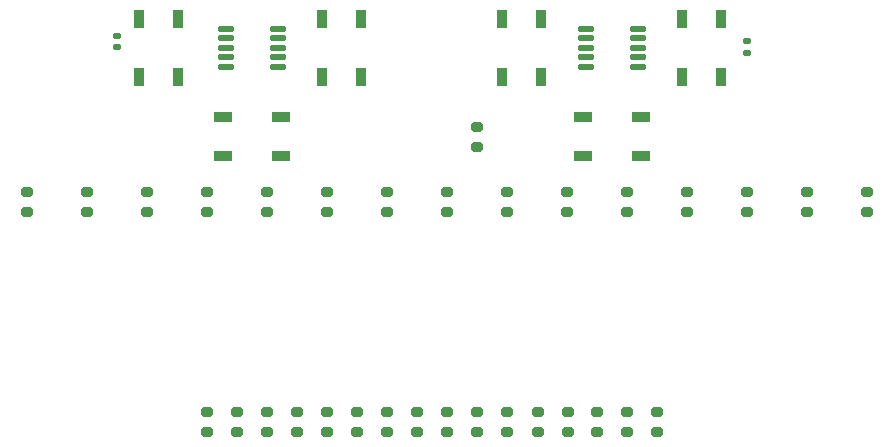
<source format=gbr>
%TF.GenerationSoftware,KiCad,Pcbnew,7.0.9*%
%TF.CreationDate,2024-06-25T21:06:51+09:00*%
%TF.ProjectId,04-line,30342d6c-696e-4652-9e6b-696361645f70,rev?*%
%TF.SameCoordinates,Original*%
%TF.FileFunction,Paste,Top*%
%TF.FilePolarity,Positive*%
%FSLAX46Y46*%
G04 Gerber Fmt 4.6, Leading zero omitted, Abs format (unit mm)*
G04 Created by KiCad (PCBNEW 7.0.9) date 2024-06-25 21:06:51*
%MOMM*%
%LPD*%
G01*
G04 APERTURE LIST*
G04 Aperture macros list*
%AMRoundRect*
0 Rectangle with rounded corners*
0 $1 Rounding radius*
0 $2 $3 $4 $5 $6 $7 $8 $9 X,Y pos of 4 corners*
0 Add a 4 corners polygon primitive as box body*
4,1,4,$2,$3,$4,$5,$6,$7,$8,$9,$2,$3,0*
0 Add four circle primitives for the rounded corners*
1,1,$1+$1,$2,$3*
1,1,$1+$1,$4,$5*
1,1,$1+$1,$6,$7*
1,1,$1+$1,$8,$9*
0 Add four rect primitives between the rounded corners*
20,1,$1+$1,$2,$3,$4,$5,0*
20,1,$1+$1,$4,$5,$6,$7,0*
20,1,$1+$1,$6,$7,$8,$9,0*
20,1,$1+$1,$8,$9,$2,$3,0*%
G04 Aperture macros list end*
%ADD10RoundRect,0.200000X0.275000X-0.200000X0.275000X0.200000X-0.275000X0.200000X-0.275000X-0.200000X0*%
%ADD11RoundRect,0.125000X-0.575000X-0.125000X0.575000X-0.125000X0.575000X0.125000X-0.575000X0.125000X0*%
%ADD12R,0.900000X1.500000*%
%ADD13R,1.500000X0.900000*%
%ADD14RoundRect,0.140000X-0.170000X0.140000X-0.170000X-0.140000X0.170000X-0.140000X0.170000X0.140000X0*%
%ADD15RoundRect,0.200000X-0.275000X0.200000X-0.275000X-0.200000X0.275000X-0.200000X0.275000X0.200000X0*%
G04 APERTURE END LIST*
D10*
%TO.C,R7*%
X67310000Y-95250000D03*
X67310000Y-93600000D03*
%TD*%
D11*
%TO.C,U26*%
X84160000Y-79770000D03*
X84160000Y-80570000D03*
X84160000Y-81370000D03*
X84160000Y-82170000D03*
X84160000Y-82970000D03*
X88560000Y-82970000D03*
X88560000Y-82170000D03*
X88560000Y-81370000D03*
X88560000Y-80570000D03*
X88560000Y-79770000D03*
%TD*%
D12*
%TO.C,D8*%
X80135000Y-78920000D03*
X76835000Y-78920000D03*
X76835000Y-83820000D03*
X80135000Y-83820000D03*
%TD*%
D10*
%TO.C,R22*%
X123190000Y-95250000D03*
X123190000Y-93600000D03*
%TD*%
D13*
%TO.C,D1*%
X114390000Y-87250000D03*
X114390000Y-90550000D03*
X119290000Y-90550000D03*
X119290000Y-87250000D03*
%TD*%
D10*
%TO.C,R19*%
X107950000Y-95250000D03*
X107950000Y-93600000D03*
%TD*%
D14*
%TO.C,C3*%
X128270000Y-80800000D03*
X128270000Y-81760000D03*
%TD*%
D10*
%TO.C,R30*%
X110580000Y-113855000D03*
X110580000Y-112205000D03*
%TD*%
%TO.C,R4*%
X82550000Y-95250000D03*
X82550000Y-93600000D03*
%TD*%
D12*
%TO.C,D4*%
X110870000Y-78920000D03*
X107570000Y-78920000D03*
X107570000Y-83820000D03*
X110870000Y-83820000D03*
%TD*%
D10*
%TO.C,R12*%
X92710000Y-113855000D03*
X92710000Y-112205000D03*
%TD*%
%TO.C,R15*%
X85090000Y-113855000D03*
X85090000Y-112205000D03*
%TD*%
%TO.C,R17*%
X100330000Y-113855000D03*
X100330000Y-112205000D03*
%TD*%
D14*
%TO.C,C6*%
X74930000Y-80320000D03*
X74930000Y-81280000D03*
%TD*%
D10*
%TO.C,R20*%
X113030000Y-95250000D03*
X113030000Y-93600000D03*
%TD*%
%TO.C,R29*%
X107920000Y-113855000D03*
X107920000Y-112205000D03*
%TD*%
%TO.C,R31*%
X113090000Y-113855000D03*
X113090000Y-112205000D03*
%TD*%
%TO.C,R33*%
X118110000Y-113855000D03*
X118110000Y-112205000D03*
%TD*%
%TO.C,R28*%
X105410000Y-113855000D03*
X105410000Y-112205000D03*
%TD*%
D12*
%TO.C,D6*%
X92330000Y-83820000D03*
X95630000Y-83820000D03*
X95630000Y-78920000D03*
X92330000Y-78920000D03*
%TD*%
D13*
%TO.C,D5*%
X83910000Y-87250000D03*
X83910000Y-90550000D03*
X88810000Y-90550000D03*
X88810000Y-87250000D03*
%TD*%
D10*
%TO.C,R34*%
X120620000Y-113855000D03*
X120620000Y-112205000D03*
%TD*%
%TO.C,R18*%
X102870000Y-113855000D03*
X102870000Y-112205000D03*
%TD*%
%TO.C,R5*%
X77470000Y-95250000D03*
X77470000Y-93600000D03*
%TD*%
D11*
%TO.C,U25*%
X114640000Y-79770000D03*
X114640000Y-80570000D03*
X114640000Y-81370000D03*
X114640000Y-82170000D03*
X114640000Y-82970000D03*
X119040000Y-82970000D03*
X119040000Y-82170000D03*
X119040000Y-81370000D03*
X119040000Y-80570000D03*
X119040000Y-79770000D03*
%TD*%
D10*
%TO.C,R14*%
X87630000Y-113855000D03*
X87630000Y-112205000D03*
%TD*%
%TO.C,R25*%
X138430000Y-95250000D03*
X138430000Y-93600000D03*
%TD*%
%TO.C,R10*%
X97790000Y-113855000D03*
X97790000Y-112205000D03*
%TD*%
%TO.C,R24*%
X133350000Y-95250000D03*
X133350000Y-93600000D03*
%TD*%
%TO.C,R23*%
X128270000Y-95250000D03*
X128270000Y-93600000D03*
%TD*%
%TO.C,R21*%
X118110000Y-95250000D03*
X118110000Y-93600000D03*
%TD*%
%TO.C,R8*%
X102870000Y-95250000D03*
X102870000Y-93600000D03*
%TD*%
D15*
%TO.C,R9*%
X105410000Y-88075000D03*
X105410000Y-89725000D03*
%TD*%
D12*
%TO.C,D2*%
X122810000Y-83820000D03*
X126110000Y-83820000D03*
X126110000Y-78920000D03*
X122810000Y-78920000D03*
%TD*%
D10*
%TO.C,R32*%
X115600000Y-113855000D03*
X115600000Y-112205000D03*
%TD*%
%TO.C,R1*%
X97790000Y-95250000D03*
X97790000Y-93600000D03*
%TD*%
%TO.C,R6*%
X72390000Y-95250000D03*
X72390000Y-93600000D03*
%TD*%
%TO.C,R11*%
X95250000Y-113855000D03*
X95250000Y-112205000D03*
%TD*%
%TO.C,R3*%
X87630000Y-95250000D03*
X87630000Y-93600000D03*
%TD*%
%TO.C,R2*%
X92710000Y-95250000D03*
X92710000Y-93600000D03*
%TD*%
%TO.C,R13*%
X90170000Y-113855000D03*
X90170000Y-112205000D03*
%TD*%
%TO.C,R16*%
X82550000Y-113855000D03*
X82550000Y-112205000D03*
%TD*%
M02*

</source>
